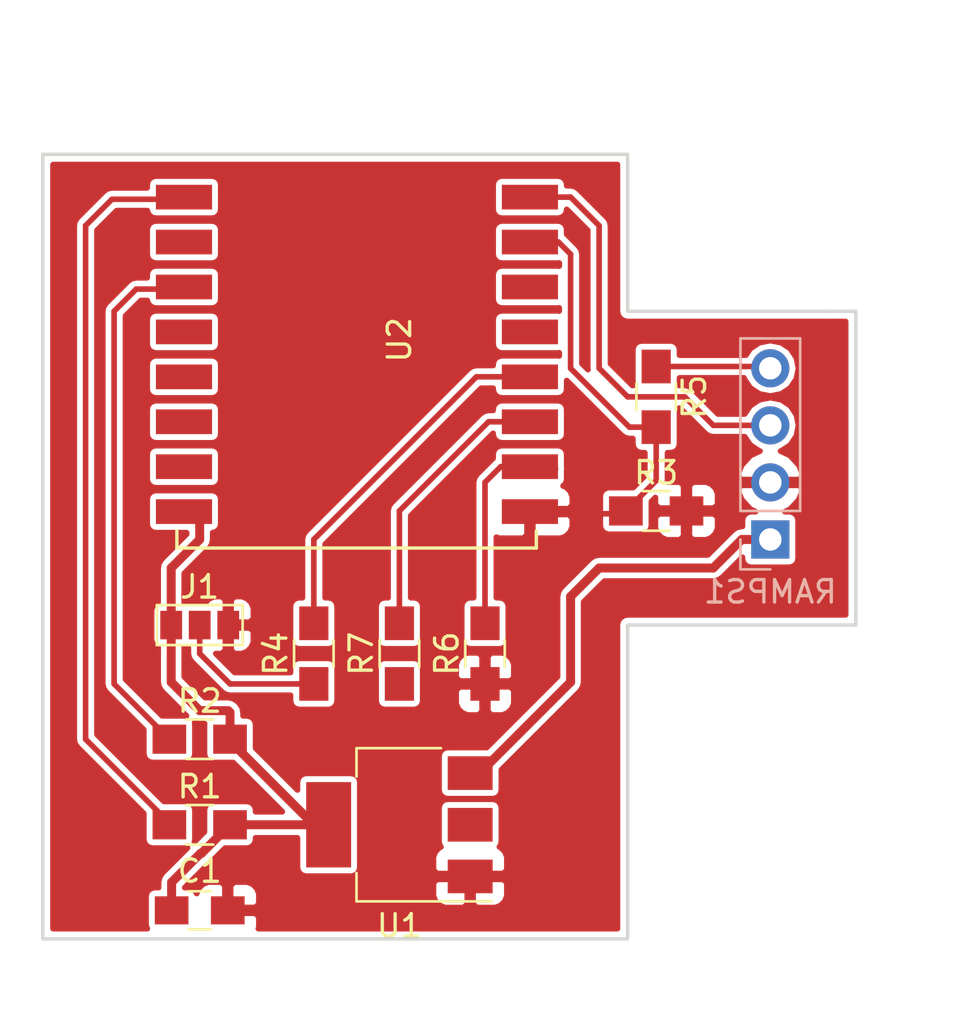
<source format=kicad_pcb>
(kicad_pcb (version 4) (host pcbnew 4.0.7)

  (general
    (links 24)
    (no_connects 2)
    (area 161.29 106.594999 204.470001 152.400001)
    (thickness 1.6)
    (drawings 12)
    (tracks 70)
    (zones 0)
    (modules 12)
    (nets 20)
  )

  (page A4)
  (layers
    (0 F.Cu signal)
    (31 B.Cu signal)
    (32 B.Adhes user)
    (33 F.Adhes user)
    (34 B.Paste user)
    (35 F.Paste user)
    (36 B.SilkS user)
    (37 F.SilkS user)
    (38 B.Mask user)
    (39 F.Mask user)
    (40 Dwgs.User user)
    (41 Cmts.User user)
    (42 Eco1.User user)
    (43 Eco2.User user)
    (44 Edge.Cuts user)
    (45 Margin user)
    (46 B.CrtYd user)
    (47 F.CrtYd user)
    (48 B.Fab user hide)
    (49 F.Fab user)
  )

  (setup
    (last_trace_width 0.25)
    (trace_clearance 0.2)
    (zone_clearance 0.254)
    (zone_45_only yes)
    (trace_min 0.2)
    (segment_width 0.2)
    (edge_width 0.15)
    (via_size 0.6)
    (via_drill 0.4)
    (via_min_size 0.4)
    (via_min_drill 0.3)
    (uvia_size 0.3)
    (uvia_drill 0.1)
    (uvias_allowed no)
    (uvia_min_size 0.2)
    (uvia_min_drill 0.1)
    (pcb_text_width 0.3)
    (pcb_text_size 1.5 1.5)
    (mod_edge_width 0.15)
    (mod_text_size 1 1)
    (mod_text_width 0.15)
    (pad_size 1.524 1.524)
    (pad_drill 0.762)
    (pad_to_mask_clearance 0.2)
    (aux_axis_origin 163.195 113.665)
    (visible_elements 7FFFFFFF)
    (pcbplotparams
      (layerselection 0x01000_00000001)
      (usegerberextensions false)
      (excludeedgelayer true)
      (linewidth 0.100000)
      (plotframeref false)
      (viasonmask false)
      (mode 1)
      (useauxorigin true)
      (hpglpennumber 1)
      (hpglpenspeed 20)
      (hpglpendiameter 15)
      (hpglpenoverlay 2)
      (psnegative false)
      (psa4output false)
      (plotreference true)
      (plotvalue true)
      (plotinvisibletext false)
      (padsonsilk false)
      (subtractmaskfromsilk false)
      (outputformat 1)
      (mirror false)
      (drillshape 0)
      (scaleselection 1)
      (outputdirectory ""))
  )

  (net 0 "")
  (net 1 +3V3)
  (net 2 GND)
  (net 3 "Net-(J1-Pad2)")
  (net 4 "Net-(R1-Pad1)")
  (net 5 "Net-(R2-Pad1)")
  (net 6 TX)
  (net 7 PROG)
  (net 8 "Net-(R5-Pad1)")
  (net 9 "Net-(R6-Pad2)")
  (net 10 "Net-(R7-Pad2)")
  (net 11 +5V)
  (net 12 RX)
  (net 13 "Net-(U2-Pad2)")
  (net 14 "Net-(U2-Pad4)")
  (net 15 "Net-(U2-Pad5)")
  (net 16 "Net-(U2-Pad6)")
  (net 17 "Net-(U2-Pad7)")
  (net 18 "Net-(U2-Pad13)")
  (net 19 "Net-(U2-Pad14)")

  (net_class Default "This is the default net class."
    (clearance 0.2)
    (trace_width 0.25)
    (via_dia 0.6)
    (via_drill 0.4)
    (uvia_dia 0.3)
    (uvia_drill 0.1)
    (add_net "Net-(J1-Pad2)")
    (add_net "Net-(R1-Pad1)")
    (add_net "Net-(R2-Pad1)")
    (add_net "Net-(R5-Pad1)")
    (add_net "Net-(R6-Pad2)")
    (add_net "Net-(R7-Pad2)")
    (add_net "Net-(U2-Pad13)")
    (add_net "Net-(U2-Pad14)")
    (add_net "Net-(U2-Pad2)")
    (add_net "Net-(U2-Pad4)")
    (add_net "Net-(U2-Pad5)")
    (add_net "Net-(U2-Pad6)")
    (add_net "Net-(U2-Pad7)")
    (add_net PROG)
    (add_net RX)
    (add_net TX)
  )

  (net_class POWER ""
    (clearance 0.2)
    (trace_width 0.4)
    (via_dia 0.6)
    (via_drill 0.4)
    (uvia_dia 0.3)
    (uvia_drill 0.1)
    (add_net +3V3)
    (add_net +5V)
    (add_net GND)
  )

  (module Capacitors_SMD:C_0805_HandSoldering (layer F.Cu) (tedit 58AA84A8) (tstamp 5A19BAE9)
    (at 170.18 147.32)
    (descr "Capacitor SMD 0805, hand soldering")
    (tags "capacitor 0805")
    (path /5A19D521)
    (attr smd)
    (fp_text reference C1 (at 0 -1.75) (layer F.SilkS)
      (effects (font (size 1 1) (thickness 0.15)))
    )
    (fp_text value 100nF' (at 0 1.75) (layer F.Fab)
      (effects (font (size 1 1) (thickness 0.15)))
    )
    (fp_text user %R (at 0 -1.75) (layer F.Fab)
      (effects (font (size 1 1) (thickness 0.15)))
    )
    (fp_line (start -1 0.62) (end -1 -0.62) (layer F.Fab) (width 0.1))
    (fp_line (start 1 0.62) (end -1 0.62) (layer F.Fab) (width 0.1))
    (fp_line (start 1 -0.62) (end 1 0.62) (layer F.Fab) (width 0.1))
    (fp_line (start -1 -0.62) (end 1 -0.62) (layer F.Fab) (width 0.1))
    (fp_line (start 0.5 -0.85) (end -0.5 -0.85) (layer F.SilkS) (width 0.12))
    (fp_line (start -0.5 0.85) (end 0.5 0.85) (layer F.SilkS) (width 0.12))
    (fp_line (start -2.25 -0.88) (end 2.25 -0.88) (layer F.CrtYd) (width 0.05))
    (fp_line (start -2.25 -0.88) (end -2.25 0.87) (layer F.CrtYd) (width 0.05))
    (fp_line (start 2.25 0.87) (end 2.25 -0.88) (layer F.CrtYd) (width 0.05))
    (fp_line (start 2.25 0.87) (end -2.25 0.87) (layer F.CrtYd) (width 0.05))
    (pad 1 smd rect (at -1.25 0) (size 1.5 1.25) (layers F.Cu F.Paste F.Mask)
      (net 1 +3V3))
    (pad 2 smd rect (at 1.25 0) (size 1.5 1.25) (layers F.Cu F.Paste F.Mask)
      (net 2 GND))
    (model Capacitors_SMD.3dshapes/C_0805.wrl
      (at (xyz 0 0 0))
      (scale (xyz 1 1 1))
      (rotate (xyz 0 0 0))
    )
  )

  (module Connectors:GS3 (layer F.Cu) (tedit 58613494) (tstamp 5A19BAF0)
    (at 170.18 134.62 270)
    (descr "3-pin solder bridge")
    (tags "solder bridge")
    (path /5A19AC67)
    (attr smd)
    (fp_text reference J1 (at -1.7 0 360) (layer F.SilkS)
      (effects (font (size 1 1) (thickness 0.15)))
    )
    (fp_text value PROG (at 1.8 0 360) (layer F.Fab)
      (effects (font (size 1 1) (thickness 0.15)))
    )
    (fp_line (start -1.15 -2.15) (end 1.15 -2.15) (layer F.CrtYd) (width 0.05))
    (fp_line (start 1.15 -2.15) (end 1.15 2.15) (layer F.CrtYd) (width 0.05))
    (fp_line (start 1.15 2.15) (end -1.15 2.15) (layer F.CrtYd) (width 0.05))
    (fp_line (start -1.15 2.15) (end -1.15 -2.15) (layer F.CrtYd) (width 0.05))
    (fp_line (start -0.89 -1.91) (end -0.89 1.91) (layer F.SilkS) (width 0.12))
    (fp_line (start -0.89 1.91) (end 0.89 1.91) (layer F.SilkS) (width 0.12))
    (fp_line (start 0.89 1.91) (end 0.89 -1.91) (layer F.SilkS) (width 0.12))
    (fp_line (start -0.89 -1.91) (end 0.89 -1.91) (layer F.SilkS) (width 0.12))
    (pad 1 smd rect (at 0 -1.27 270) (size 1.27 0.97) (layers F.Cu F.Paste F.Mask)
      (net 2 GND))
    (pad 2 smd rect (at 0 0 270) (size 1.27 0.97) (layers F.Cu F.Paste F.Mask)
      (net 3 "Net-(J1-Pad2)"))
    (pad 3 smd rect (at 0 1.27 270) (size 1.27 0.97) (layers F.Cu F.Paste F.Mask)
      (net 1 +3V3))
  )

  (module Resistors_SMD:R_0805_HandSoldering (layer F.Cu) (tedit 58E0A804) (tstamp 5A19BAF6)
    (at 170.18 143.51)
    (descr "Resistor SMD 0805, hand soldering")
    (tags "resistor 0805")
    (path /5A19B8DB)
    (attr smd)
    (fp_text reference R1 (at 0 -1.7) (layer F.SilkS)
      (effects (font (size 1 1) (thickness 0.15)))
    )
    (fp_text value 10k (at 0 1.75) (layer F.Fab)
      (effects (font (size 1 1) (thickness 0.15)))
    )
    (fp_text user %R (at 0 0) (layer F.Fab)
      (effects (font (size 0.5 0.5) (thickness 0.075)))
    )
    (fp_line (start -1 0.62) (end -1 -0.62) (layer F.Fab) (width 0.1))
    (fp_line (start 1 0.62) (end -1 0.62) (layer F.Fab) (width 0.1))
    (fp_line (start 1 -0.62) (end 1 0.62) (layer F.Fab) (width 0.1))
    (fp_line (start -1 -0.62) (end 1 -0.62) (layer F.Fab) (width 0.1))
    (fp_line (start 0.6 0.88) (end -0.6 0.88) (layer F.SilkS) (width 0.12))
    (fp_line (start -0.6 -0.88) (end 0.6 -0.88) (layer F.SilkS) (width 0.12))
    (fp_line (start -2.35 -0.9) (end 2.35 -0.9) (layer F.CrtYd) (width 0.05))
    (fp_line (start -2.35 -0.9) (end -2.35 0.9) (layer F.CrtYd) (width 0.05))
    (fp_line (start 2.35 0.9) (end 2.35 -0.9) (layer F.CrtYd) (width 0.05))
    (fp_line (start 2.35 0.9) (end -2.35 0.9) (layer F.CrtYd) (width 0.05))
    (pad 1 smd rect (at -1.35 0) (size 1.5 1.3) (layers F.Cu F.Paste F.Mask)
      (net 4 "Net-(R1-Pad1)"))
    (pad 2 smd rect (at 1.35 0) (size 1.5 1.3) (layers F.Cu F.Paste F.Mask)
      (net 1 +3V3))
    (model ${KISYS3DMOD}/Resistors_SMD.3dshapes/R_0805.wrl
      (at (xyz 0 0 0))
      (scale (xyz 1 1 1))
      (rotate (xyz 0 0 0))
    )
  )

  (module Resistors_SMD:R_0805_HandSoldering (layer F.Cu) (tedit 58E0A804) (tstamp 5A19BAFC)
    (at 170.18 139.7)
    (descr "Resistor SMD 0805, hand soldering")
    (tags "resistor 0805")
    (path /5A19B96A)
    (attr smd)
    (fp_text reference R2 (at 0 -1.7) (layer F.SilkS)
      (effects (font (size 1 1) (thickness 0.15)))
    )
    (fp_text value 10k (at 0 1.75) (layer F.Fab)
      (effects (font (size 1 1) (thickness 0.15)))
    )
    (fp_text user %R (at 0 0) (layer F.Fab)
      (effects (font (size 0.5 0.5) (thickness 0.075)))
    )
    (fp_line (start -1 0.62) (end -1 -0.62) (layer F.Fab) (width 0.1))
    (fp_line (start 1 0.62) (end -1 0.62) (layer F.Fab) (width 0.1))
    (fp_line (start 1 -0.62) (end 1 0.62) (layer F.Fab) (width 0.1))
    (fp_line (start -1 -0.62) (end 1 -0.62) (layer F.Fab) (width 0.1))
    (fp_line (start 0.6 0.88) (end -0.6 0.88) (layer F.SilkS) (width 0.12))
    (fp_line (start -0.6 -0.88) (end 0.6 -0.88) (layer F.SilkS) (width 0.12))
    (fp_line (start -2.35 -0.9) (end 2.35 -0.9) (layer F.CrtYd) (width 0.05))
    (fp_line (start -2.35 -0.9) (end -2.35 0.9) (layer F.CrtYd) (width 0.05))
    (fp_line (start 2.35 0.9) (end 2.35 -0.9) (layer F.CrtYd) (width 0.05))
    (fp_line (start 2.35 0.9) (end -2.35 0.9) (layer F.CrtYd) (width 0.05))
    (pad 1 smd rect (at -1.35 0) (size 1.5 1.3) (layers F.Cu F.Paste F.Mask)
      (net 5 "Net-(R2-Pad1)"))
    (pad 2 smd rect (at 1.35 0) (size 1.5 1.3) (layers F.Cu F.Paste F.Mask)
      (net 1 +3V3))
    (model ${KISYS3DMOD}/Resistors_SMD.3dshapes/R_0805.wrl
      (at (xyz 0 0 0))
      (scale (xyz 1 1 1))
      (rotate (xyz 0 0 0))
    )
  )

  (module Resistors_SMD:R_0805_HandSoldering (layer F.Cu) (tedit 58E0A804) (tstamp 5A19BB02)
    (at 190.5 129.54)
    (descr "Resistor SMD 0805, hand soldering")
    (tags "resistor 0805")
    (path /5A19B407)
    (attr smd)
    (fp_text reference R3 (at 0 -1.7) (layer F.SilkS)
      (effects (font (size 1 1) (thickness 0.15)))
    )
    (fp_text value 2k (at 0 1.75) (layer F.Fab)
      (effects (font (size 1 1) (thickness 0.15)))
    )
    (fp_text user %R (at 0 0) (layer F.Fab)
      (effects (font (size 0.5 0.5) (thickness 0.075)))
    )
    (fp_line (start -1 0.62) (end -1 -0.62) (layer F.Fab) (width 0.1))
    (fp_line (start 1 0.62) (end -1 0.62) (layer F.Fab) (width 0.1))
    (fp_line (start 1 -0.62) (end 1 0.62) (layer F.Fab) (width 0.1))
    (fp_line (start -1 -0.62) (end 1 -0.62) (layer F.Fab) (width 0.1))
    (fp_line (start 0.6 0.88) (end -0.6 0.88) (layer F.SilkS) (width 0.12))
    (fp_line (start -0.6 -0.88) (end 0.6 -0.88) (layer F.SilkS) (width 0.12))
    (fp_line (start -2.35 -0.9) (end 2.35 -0.9) (layer F.CrtYd) (width 0.05))
    (fp_line (start -2.35 -0.9) (end -2.35 0.9) (layer F.CrtYd) (width 0.05))
    (fp_line (start 2.35 0.9) (end 2.35 -0.9) (layer F.CrtYd) (width 0.05))
    (fp_line (start 2.35 0.9) (end -2.35 0.9) (layer F.CrtYd) (width 0.05))
    (pad 1 smd rect (at -1.35 0) (size 1.5 1.3) (layers F.Cu F.Paste F.Mask)
      (net 6 TX))
    (pad 2 smd rect (at 1.35 0) (size 1.5 1.3) (layers F.Cu F.Paste F.Mask)
      (net 2 GND))
    (model ${KISYS3DMOD}/Resistors_SMD.3dshapes/R_0805.wrl
      (at (xyz 0 0 0))
      (scale (xyz 1 1 1))
      (rotate (xyz 0 0 0))
    )
  )

  (module Resistors_SMD:R_0805_HandSoldering (layer F.Cu) (tedit 58E0A804) (tstamp 5A19BB08)
    (at 175.26 135.89 90)
    (descr "Resistor SMD 0805, hand soldering")
    (tags "resistor 0805")
    (path /5A19BE58)
    (attr smd)
    (fp_text reference R4 (at 0 -1.7 90) (layer F.SilkS)
      (effects (font (size 1 1) (thickness 0.15)))
    )
    (fp_text value 10k (at 0 1.75 90) (layer F.Fab)
      (effects (font (size 1 1) (thickness 0.15)))
    )
    (fp_text user %R (at 0 0 90) (layer F.Fab)
      (effects (font (size 0.5 0.5) (thickness 0.075)))
    )
    (fp_line (start -1 0.62) (end -1 -0.62) (layer F.Fab) (width 0.1))
    (fp_line (start 1 0.62) (end -1 0.62) (layer F.Fab) (width 0.1))
    (fp_line (start 1 -0.62) (end 1 0.62) (layer F.Fab) (width 0.1))
    (fp_line (start -1 -0.62) (end 1 -0.62) (layer F.Fab) (width 0.1))
    (fp_line (start 0.6 0.88) (end -0.6 0.88) (layer F.SilkS) (width 0.12))
    (fp_line (start -0.6 -0.88) (end 0.6 -0.88) (layer F.SilkS) (width 0.12))
    (fp_line (start -2.35 -0.9) (end 2.35 -0.9) (layer F.CrtYd) (width 0.05))
    (fp_line (start -2.35 -0.9) (end -2.35 0.9) (layer F.CrtYd) (width 0.05))
    (fp_line (start 2.35 0.9) (end 2.35 -0.9) (layer F.CrtYd) (width 0.05))
    (fp_line (start 2.35 0.9) (end -2.35 0.9) (layer F.CrtYd) (width 0.05))
    (pad 1 smd rect (at -1.35 0 90) (size 1.5 1.3) (layers F.Cu F.Paste F.Mask)
      (net 3 "Net-(J1-Pad2)"))
    (pad 2 smd rect (at 1.35 0 90) (size 1.5 1.3) (layers F.Cu F.Paste F.Mask)
      (net 7 PROG))
    (model ${KISYS3DMOD}/Resistors_SMD.3dshapes/R_0805.wrl
      (at (xyz 0 0 0))
      (scale (xyz 1 1 1))
      (rotate (xyz 0 0 0))
    )
  )

  (module Resistors_SMD:R_0805_HandSoldering (layer F.Cu) (tedit 58E0A804) (tstamp 5A19BB0E)
    (at 190.5 124.46 270)
    (descr "Resistor SMD 0805, hand soldering")
    (tags "resistor 0805")
    (path /5A19B33E)
    (attr smd)
    (fp_text reference R5 (at 0 -1.7 270) (layer F.SilkS)
      (effects (font (size 1 1) (thickness 0.15)))
    )
    (fp_text value 1k (at 0 1.75 270) (layer F.Fab)
      (effects (font (size 1 1) (thickness 0.15)))
    )
    (fp_text user %R (at 0 0 270) (layer F.Fab)
      (effects (font (size 0.5 0.5) (thickness 0.075)))
    )
    (fp_line (start -1 0.62) (end -1 -0.62) (layer F.Fab) (width 0.1))
    (fp_line (start 1 0.62) (end -1 0.62) (layer F.Fab) (width 0.1))
    (fp_line (start 1 -0.62) (end 1 0.62) (layer F.Fab) (width 0.1))
    (fp_line (start -1 -0.62) (end 1 -0.62) (layer F.Fab) (width 0.1))
    (fp_line (start 0.6 0.88) (end -0.6 0.88) (layer F.SilkS) (width 0.12))
    (fp_line (start -0.6 -0.88) (end 0.6 -0.88) (layer F.SilkS) (width 0.12))
    (fp_line (start -2.35 -0.9) (end 2.35 -0.9) (layer F.CrtYd) (width 0.05))
    (fp_line (start -2.35 -0.9) (end -2.35 0.9) (layer F.CrtYd) (width 0.05))
    (fp_line (start 2.35 0.9) (end 2.35 -0.9) (layer F.CrtYd) (width 0.05))
    (fp_line (start 2.35 0.9) (end -2.35 0.9) (layer F.CrtYd) (width 0.05))
    (pad 1 smd rect (at -1.35 0 270) (size 1.5 1.3) (layers F.Cu F.Paste F.Mask)
      (net 8 "Net-(R5-Pad1)"))
    (pad 2 smd rect (at 1.35 0 270) (size 1.5 1.3) (layers F.Cu F.Paste F.Mask)
      (net 6 TX))
    (model ${KISYS3DMOD}/Resistors_SMD.3dshapes/R_0805.wrl
      (at (xyz 0 0 0))
      (scale (xyz 1 1 1))
      (rotate (xyz 0 0 0))
    )
  )

  (module Resistors_SMD:R_0805_HandSoldering (layer F.Cu) (tedit 58E0A804) (tstamp 5A19BB14)
    (at 182.88 135.89 90)
    (descr "Resistor SMD 0805, hand soldering")
    (tags "resistor 0805")
    (path /5A19D28F)
    (attr smd)
    (fp_text reference R6 (at 0 -1.7 90) (layer F.SilkS)
      (effects (font (size 1 1) (thickness 0.15)))
    )
    (fp_text value 1k (at 0 1.75 90) (layer F.Fab)
      (effects (font (size 1 1) (thickness 0.15)))
    )
    (fp_text user %R (at 0 0 90) (layer F.Fab)
      (effects (font (size 0.5 0.5) (thickness 0.075)))
    )
    (fp_line (start -1 0.62) (end -1 -0.62) (layer F.Fab) (width 0.1))
    (fp_line (start 1 0.62) (end -1 0.62) (layer F.Fab) (width 0.1))
    (fp_line (start 1 -0.62) (end 1 0.62) (layer F.Fab) (width 0.1))
    (fp_line (start -1 -0.62) (end 1 -0.62) (layer F.Fab) (width 0.1))
    (fp_line (start 0.6 0.88) (end -0.6 0.88) (layer F.SilkS) (width 0.12))
    (fp_line (start -0.6 -0.88) (end 0.6 -0.88) (layer F.SilkS) (width 0.12))
    (fp_line (start -2.35 -0.9) (end 2.35 -0.9) (layer F.CrtYd) (width 0.05))
    (fp_line (start -2.35 -0.9) (end -2.35 0.9) (layer F.CrtYd) (width 0.05))
    (fp_line (start 2.35 0.9) (end 2.35 -0.9) (layer F.CrtYd) (width 0.05))
    (fp_line (start 2.35 0.9) (end -2.35 0.9) (layer F.CrtYd) (width 0.05))
    (pad 1 smd rect (at -1.35 0 90) (size 1.5 1.3) (layers F.Cu F.Paste F.Mask)
      (net 2 GND))
    (pad 2 smd rect (at 1.35 0 90) (size 1.5 1.3) (layers F.Cu F.Paste F.Mask)
      (net 9 "Net-(R6-Pad2)"))
    (model ${KISYS3DMOD}/Resistors_SMD.3dshapes/R_0805.wrl
      (at (xyz 0 0 0))
      (scale (xyz 1 1 1))
      (rotate (xyz 0 0 0))
    )
  )

  (module Resistors_SMD:R_0805_HandSoldering (layer F.Cu) (tedit 58E0A804) (tstamp 5A19BB1A)
    (at 179.07 135.89 90)
    (descr "Resistor SMD 0805, hand soldering")
    (tags "resistor 0805")
    (path /5A19D586)
    (attr smd)
    (fp_text reference R7 (at 0 -1.7 90) (layer F.SilkS)
      (effects (font (size 1 1) (thickness 0.15)))
    )
    (fp_text value 1k (at 0 1.75 90) (layer F.Fab)
      (effects (font (size 1 1) (thickness 0.15)))
    )
    (fp_text user %R (at 0 0 90) (layer F.Fab)
      (effects (font (size 0.5 0.5) (thickness 0.075)))
    )
    (fp_line (start -1 0.62) (end -1 -0.62) (layer F.Fab) (width 0.1))
    (fp_line (start 1 0.62) (end -1 0.62) (layer F.Fab) (width 0.1))
    (fp_line (start 1 -0.62) (end 1 0.62) (layer F.Fab) (width 0.1))
    (fp_line (start -1 -0.62) (end 1 -0.62) (layer F.Fab) (width 0.1))
    (fp_line (start 0.6 0.88) (end -0.6 0.88) (layer F.SilkS) (width 0.12))
    (fp_line (start -0.6 -0.88) (end 0.6 -0.88) (layer F.SilkS) (width 0.12))
    (fp_line (start -2.35 -0.9) (end 2.35 -0.9) (layer F.CrtYd) (width 0.05))
    (fp_line (start -2.35 -0.9) (end -2.35 0.9) (layer F.CrtYd) (width 0.05))
    (fp_line (start 2.35 0.9) (end 2.35 -0.9) (layer F.CrtYd) (width 0.05))
    (fp_line (start 2.35 0.9) (end -2.35 0.9) (layer F.CrtYd) (width 0.05))
    (pad 1 smd rect (at -1.35 0 90) (size 1.5 1.3) (layers F.Cu F.Paste F.Mask)
      (net 1 +3V3))
    (pad 2 smd rect (at 1.35 0 90) (size 1.5 1.3) (layers F.Cu F.Paste F.Mask)
      (net 10 "Net-(R7-Pad2)"))
    (model ${KISYS3DMOD}/Resistors_SMD.3dshapes/R_0805.wrl
      (at (xyz 0 0 0))
      (scale (xyz 1 1 1))
      (rotate (xyz 0 0 0))
    )
  )

  (module Socket_Strips:Socket_Strip_Straight_1x04_Pitch2.54mm (layer B.Cu) (tedit 58CD5446) (tstamp 5A19BB22)
    (at 195.58 130.81)
    (descr "Through hole straight socket strip, 1x04, 2.54mm pitch, single row")
    (tags "Through hole socket strip THT 1x04 2.54mm single row")
    (path /5A19A830)
    (fp_text reference RAMPS1 (at 0 2.33) (layer B.SilkS)
      (effects (font (size 1 1) (thickness 0.15)) (justify mirror))
    )
    (fp_text value Conn_01x04_Female (at 0 -9.95) (layer B.Fab)
      (effects (font (size 1 1) (thickness 0.15)) (justify mirror))
    )
    (fp_line (start -1.27 1.27) (end -1.27 -8.89) (layer B.Fab) (width 0.1))
    (fp_line (start -1.27 -8.89) (end 1.27 -8.89) (layer B.Fab) (width 0.1))
    (fp_line (start 1.27 -8.89) (end 1.27 1.27) (layer B.Fab) (width 0.1))
    (fp_line (start 1.27 1.27) (end -1.27 1.27) (layer B.Fab) (width 0.1))
    (fp_line (start -1.33 -1.27) (end -1.33 -8.95) (layer B.SilkS) (width 0.12))
    (fp_line (start -1.33 -8.95) (end 1.33 -8.95) (layer B.SilkS) (width 0.12))
    (fp_line (start 1.33 -8.95) (end 1.33 -1.27) (layer B.SilkS) (width 0.12))
    (fp_line (start 1.33 -1.27) (end -1.33 -1.27) (layer B.SilkS) (width 0.12))
    (fp_line (start -1.33 0) (end -1.33 1.33) (layer B.SilkS) (width 0.12))
    (fp_line (start -1.33 1.33) (end 0 1.33) (layer B.SilkS) (width 0.12))
    (fp_line (start -1.8 1.8) (end -1.8 -9.4) (layer B.CrtYd) (width 0.05))
    (fp_line (start -1.8 -9.4) (end 1.8 -9.4) (layer B.CrtYd) (width 0.05))
    (fp_line (start 1.8 -9.4) (end 1.8 1.8) (layer B.CrtYd) (width 0.05))
    (fp_line (start 1.8 1.8) (end -1.8 1.8) (layer B.CrtYd) (width 0.05))
    (fp_text user %R (at 0 2.33) (layer B.Fab)
      (effects (font (size 1 1) (thickness 0.15)) (justify mirror))
    )
    (pad 1 thru_hole rect (at 0 0) (size 1.7 1.7) (drill 1) (layers *.Cu *.Mask)
      (net 11 +5V))
    (pad 2 thru_hole oval (at 0 -2.54) (size 1.7 1.7) (drill 1) (layers *.Cu *.Mask)
      (net 2 GND))
    (pad 3 thru_hole oval (at 0 -5.08) (size 1.7 1.7) (drill 1) (layers *.Cu *.Mask)
      (net 12 RX))
    (pad 4 thru_hole oval (at 0 -7.62) (size 1.7 1.7) (drill 1) (layers *.Cu *.Mask)
      (net 8 "Net-(R5-Pad1)"))
    (model ${KISYS3DMOD}/Socket_Strips.3dshapes/Socket_Strip_Straight_1x04_Pitch2.54mm.wrl
      (at (xyz 0 -0.15 0))
      (scale (xyz 1 1 1))
      (rotate (xyz 0 0 270))
    )
  )

  (module TO_SOT_Packages_SMD:SOT-223-3_TabPin2 (layer F.Cu) (tedit 58CE4E7E) (tstamp 5A19BB2A)
    (at 179.07 143.51 180)
    (descr "module CMS SOT223 4 pins")
    (tags "CMS SOT")
    (path /5A19A686)
    (attr smd)
    (fp_text reference U1 (at 0 -4.5 180) (layer F.SilkS)
      (effects (font (size 1 1) (thickness 0.15)))
    )
    (fp_text value LM1117-3.3 (at 0 4.5 180) (layer F.Fab)
      (effects (font (size 1 1) (thickness 0.15)))
    )
    (fp_text user %R (at 0 0 270) (layer F.Fab)
      (effects (font (size 0.8 0.8) (thickness 0.12)))
    )
    (fp_line (start 1.91 3.41) (end 1.91 2.15) (layer F.SilkS) (width 0.12))
    (fp_line (start 1.91 -3.41) (end 1.91 -2.15) (layer F.SilkS) (width 0.12))
    (fp_line (start 4.4 -3.6) (end -4.4 -3.6) (layer F.CrtYd) (width 0.05))
    (fp_line (start 4.4 3.6) (end 4.4 -3.6) (layer F.CrtYd) (width 0.05))
    (fp_line (start -4.4 3.6) (end 4.4 3.6) (layer F.CrtYd) (width 0.05))
    (fp_line (start -4.4 -3.6) (end -4.4 3.6) (layer F.CrtYd) (width 0.05))
    (fp_line (start -1.85 -2.35) (end -0.85 -3.35) (layer F.Fab) (width 0.1))
    (fp_line (start -1.85 -2.35) (end -1.85 3.35) (layer F.Fab) (width 0.1))
    (fp_line (start -1.85 3.41) (end 1.91 3.41) (layer F.SilkS) (width 0.12))
    (fp_line (start -0.85 -3.35) (end 1.85 -3.35) (layer F.Fab) (width 0.1))
    (fp_line (start -4.1 -3.41) (end 1.91 -3.41) (layer F.SilkS) (width 0.12))
    (fp_line (start -1.85 3.35) (end 1.85 3.35) (layer F.Fab) (width 0.1))
    (fp_line (start 1.85 -3.35) (end 1.85 3.35) (layer F.Fab) (width 0.1))
    (pad 2 smd rect (at 3.15 0 180) (size 2 3.8) (layers F.Cu F.Paste F.Mask)
      (net 1 +3V3))
    (pad 2 smd rect (at -3.15 0 180) (size 2 1.5) (layers F.Cu F.Paste F.Mask)
      (net 1 +3V3))
    (pad 3 smd rect (at -3.15 2.3 180) (size 2 1.5) (layers F.Cu F.Paste F.Mask)
      (net 11 +5V))
    (pad 1 smd rect (at -3.15 -2.3 180) (size 2 1.5) (layers F.Cu F.Paste F.Mask)
      (net 2 GND))
    (model ${KISYS3DMOD}/TO_SOT_Packages_SMD.3dshapes/SOT-223.wrl
      (at (xyz 0 0 0))
      (scale (xyz 1 1 1))
      (rotate (xyz 0 0 0))
    )
  )

  (module ESP8266:ESP-12S_SMD (layer F.Cu) (tedit 5A1ADB42) (tstamp 5A1AE522)
    (at 170.18 115.57)
    (descr "Module, ESP-8266, ESP-12, 16 pad, SMD")
    (tags "Module ESP-8266 ESP8266")
    (path /5A19A466)
    (fp_text reference U2 (at 8.89 6.35 90) (layer F.SilkS)
      (effects (font (size 1 1) (thickness 0.15)))
    )
    (fp_text value ESP-12E (at 5.08 6.35 90) (layer F.Fab) hide
      (effects (font (size 1 1) (thickness 0.15)))
    )
    (fp_line (start -2.25 -0.5) (end -2.25 -8.75) (layer F.CrtYd) (width 0.05))
    (fp_line (start -2.25 -8.75) (end 15.25 -8.75) (layer F.CrtYd) (width 0.05))
    (fp_line (start 15.25 -8.75) (end 16.25 -8.75) (layer F.CrtYd) (width 0.05))
    (fp_line (start 16.25 -8.75) (end 16.25 16) (layer F.CrtYd) (width 0.05))
    (fp_line (start 16.25 16) (end -2.25 16) (layer F.CrtYd) (width 0.05))
    (fp_line (start -2.25 16) (end -2.25 -0.5) (layer F.CrtYd) (width 0.05))
    (fp_line (start -1.016 -8.382) (end 14.986 -8.382) (layer F.CrtYd) (width 0.1524))
    (fp_line (start 14.986 -8.382) (end 14.986 -0.889) (layer F.CrtYd) (width 0.1524))
    (fp_line (start -1.016 -8.382) (end -1.016 -1.016) (layer F.CrtYd) (width 0.1524))
    (fp_line (start -1.016 14.859) (end -1.016 15.621) (layer F.SilkS) (width 0.1524))
    (fp_line (start -1.016 15.621) (end 14.986 15.621) (layer F.SilkS) (width 0.1524))
    (fp_line (start 14.986 15.621) (end 14.986 14.859) (layer F.SilkS) (width 0.1524))
    (fp_line (start 14.992 -8.4) (end -1.008 -2.6) (layer F.CrtYd) (width 0.1524))
    (fp_line (start -1.008 -8.4) (end 14.992 -2.6) (layer F.CrtYd) (width 0.1524))
    (fp_text user "No Copper" (at 6.892 -5.4) (layer F.CrtYd)
      (effects (font (size 1 1) (thickness 0.15)))
    )
    (fp_line (start -1.008 -2.6) (end 14.992 -2.6) (layer F.CrtYd) (width 0.1524))
    (fp_line (start 15 -8.4) (end 15 15.6) (layer F.Fab) (width 0.05))
    (fp_line (start 14.992 15.6) (end -1.008 15.6) (layer F.Fab) (width 0.05))
    (fp_line (start -1.008 15.6) (end -1.008 -8.4) (layer F.Fab) (width 0.05))
    (fp_line (start -1.008 -8.4) (end 14.992 -8.4) (layer F.Fab) (width 0.05))
    (pad 1 smd rect (at 0 0) (size 2.5 1.1) (drill (offset -0.7 0)) (layers F.Cu F.Paste F.Mask)
      (net 4 "Net-(R1-Pad1)"))
    (pad 2 smd rect (at 0 2) (size 2.5 1.1) (drill (offset -0.7 0)) (layers F.Cu F.Paste F.Mask)
      (net 13 "Net-(U2-Pad2)"))
    (pad 3 smd rect (at 0 4) (size 2.5 1.1) (drill (offset -0.7 0)) (layers F.Cu F.Paste F.Mask)
      (net 5 "Net-(R2-Pad1)"))
    (pad 4 smd rect (at 0 6) (size 2.5 1.1) (drill (offset -0.7 0)) (layers F.Cu F.Paste F.Mask)
      (net 14 "Net-(U2-Pad4)"))
    (pad 5 smd rect (at 0 8) (size 2.5 1.1) (drill (offset -0.7 0)) (layers F.Cu F.Paste F.Mask)
      (net 15 "Net-(U2-Pad5)"))
    (pad 6 smd rect (at 0 10) (size 2.5 1.1) (drill (offset -0.7 0)) (layers F.Cu F.Paste F.Mask)
      (net 16 "Net-(U2-Pad6)"))
    (pad 7 smd rect (at 0 12) (size 2.5 1.1) (drill (offset -0.7 0)) (layers F.Cu F.Paste F.Mask)
      (net 17 "Net-(U2-Pad7)"))
    (pad 8 smd rect (at 0 14) (size 2.5 1.1) (drill (offset -0.7 0)) (layers F.Cu F.Paste F.Mask)
      (net 1 +3V3))
    (pad 9 smd rect (at 14 14) (size 2.5 1.1) (drill (offset 0.7 0)) (layers F.Cu F.Paste F.Mask)
      (net 2 GND))
    (pad 10 smd rect (at 14 12) (size 2.5 1.1) (drill (offset 0.7 0)) (layers F.Cu F.Paste F.Mask)
      (net 9 "Net-(R6-Pad2)"))
    (pad 11 smd rect (at 14 10) (size 2.5 1.1) (drill (offset 0.7 0)) (layers F.Cu F.Paste F.Mask)
      (net 10 "Net-(R7-Pad2)"))
    (pad 12 smd rect (at 14 8) (size 2.5 1.1) (drill (offset 0.7 0)) (layers F.Cu F.Paste F.Mask)
      (net 7 PROG))
    (pad 13 smd rect (at 14 6) (size 2.5 1.1) (drill (offset 0.7 0)) (layers F.Cu F.Paste F.Mask)
      (net 18 "Net-(U2-Pad13)"))
    (pad 14 smd rect (at 14 4) (size 2.5 1.1) (drill (offset 0.7 0)) (layers F.Cu F.Paste F.Mask)
      (net 19 "Net-(U2-Pad14)"))
    (pad 15 smd rect (at 14 2) (size 2.5 1.1) (drill (offset 0.7 0)) (layers F.Cu F.Paste F.Mask)
      (net 6 TX))
    (pad 16 smd rect (at 14 0) (size 2.5 1.1) (drill (offset 0.7 0)) (layers F.Cu F.Paste F.Mask)
      (net 12 RX))
    (model ${ESPLIB}/ESP8266.3dshapes/ESP-12.wrl
      (at (xyz 0 0 0))
      (scale (xyz 0.3937 0.3937 0.3937))
      (rotate (xyz 0 0 0))
    )
  )

  (gr_line (start 189.23 113.665) (end 189.23 114.3) (angle 90) (layer Edge.Cuts) (width 0.15))
  (gr_line (start 163.195 113.665) (end 189.23 113.665) (angle 90) (layer Edge.Cuts) (width 0.15))
  (gr_line (start 163.195 114.3) (end 163.195 113.665) (angle 90) (layer Edge.Cuts) (width 0.15))
  (gr_line (start 163.195 148.59) (end 163.83 148.59) (angle 90) (layer Edge.Cuts) (width 0.15))
  (gr_line (start 163.195 114.3) (end 163.195 148.59) (angle 90) (layer Edge.Cuts) (width 0.15))
  (gr_line (start 189.23 148.59) (end 163.83 148.59) (angle 90) (layer Edge.Cuts) (width 0.15))
  (gr_line (start 198.12 120.65) (end 189.23 120.65) (angle 90) (layer Edge.Cuts) (width 0.15))
  (gr_line (start 189.23 120.65) (end 189.23 114.3) (angle 90) (layer Edge.Cuts) (width 0.15))
  (gr_line (start 189.23 134.62) (end 189.23 148.59) (angle 90) (layer Edge.Cuts) (width 0.15))
  (gr_line (start 199.39 134.62) (end 189.23 134.62) (angle 90) (layer Edge.Cuts) (width 0.15))
  (gr_line (start 199.39 120.65) (end 199.39 134.62) (angle 90) (layer Edge.Cuts) (width 0.15))
  (gr_line (start 198.12 120.65) (end 199.39 120.65) (angle 90) (layer Edge.Cuts) (width 0.15))

  (segment (start 171.53 139.7) (end 171.53 139.78) (width 0.4) (layer F.Cu) (net 1))
  (segment (start 171.53 139.78) (end 175.26 143.51) (width 0.4) (layer F.Cu) (net 1) (tstamp 5A1AE679))
  (segment (start 175.26 143.51) (end 175.92 143.51) (width 0.4) (layer F.Cu) (net 1) (tstamp 5A1AE67A))
  (segment (start 168.91 134.62) (end 168.91 137.16) (width 0.4) (layer F.Cu) (net 1))
  (segment (start 171.53 138.51) (end 171.53 139.7) (width 0.4) (layer F.Cu) (net 1) (tstamp 5A1AE674))
  (segment (start 171.45 138.43) (end 171.53 138.51) (width 0.4) (layer F.Cu) (net 1) (tstamp 5A1AE673))
  (segment (start 170.18 138.43) (end 171.45 138.43) (width 0.4) (layer F.Cu) (net 1) (tstamp 5A1AE672))
  (segment (start 168.91 137.16) (end 170.18 138.43) (width 0.4) (layer F.Cu) (net 1) (tstamp 5A1AE671))
  (segment (start 168.91 134.62) (end 168.91 132.08) (width 0.4) (layer F.Cu) (net 1))
  (segment (start 170.18 130.81) (end 170.18 129.57) (width 0.4) (layer F.Cu) (net 1) (tstamp 5A1AE66C))
  (segment (start 168.91 132.08) (end 170.18 130.81) (width 0.4) (layer F.Cu) (net 1) (tstamp 5A1AE66B))
  (segment (start 168.93 147.32) (end 168.93 146.07) (width 0.4) (layer F.Cu) (net 1))
  (segment (start 168.93 146.07) (end 170.22 144.78) (width 0.4) (layer F.Cu) (net 1) (tstamp 5A19C5A9))
  (segment (start 170.22 144.78) (end 170.26 144.78) (width 0.4) (layer F.Cu) (net 1) (tstamp 5A19C5AA))
  (segment (start 170.26 144.78) (end 171.53 143.51) (width 0.4) (layer F.Cu) (net 1) (tstamp 5A19C5AD))
  (segment (start 171.53 143.51) (end 175.92 143.51) (width 0.4) (layer F.Cu) (net 1))
  (segment (start 175.92 143.51) (end 175.92 142.85) (width 0.4) (layer F.Cu) (net 1))
  (segment (start 182.24 143.53) (end 182.22 143.51) (width 0.25) (layer F.Cu) (net 1) (tstamp 5A19C254))
  (segment (start 175.26 142.85) (end 175.92 143.51) (width 0.25) (layer F.Cu) (net 1) (tstamp 5A19C186))
  (segment (start 176.53 143.51) (end 175.92 143.51) (width 0.25) (layer F.Cu) (net 1) (tstamp 5A19C179))
  (segment (start 181.85 145.81) (end 182.22 145.81) (width 0.4) (layer F.Cu) (net 2) (tstamp 5A19C3FC))
  (segment (start 184.46 129.665) (end 189.025 129.665) (width 0.25) (layer F.Cu) (net 2))
  (segment (start 170.18 134.62) (end 170.18 135.89) (width 0.25) (layer F.Cu) (net 3))
  (segment (start 171.53 137.24) (end 175.26 137.24) (width 0.25) (layer F.Cu) (net 3) (tstamp 5A1AE67F))
  (segment (start 170.18 135.89) (end 171.53 137.24) (width 0.25) (layer F.Cu) (net 3) (tstamp 5A1AE67D))
  (segment (start 168.83 143.51) (end 168.83 143.43) (width 0.25) (layer F.Cu) (net 4))
  (segment (start 168.83 143.43) (end 165.1 139.7) (width 0.25) (layer F.Cu) (net 4) (tstamp 5A19C20A))
  (segment (start 165.1 139.7) (end 165.1 116.84) (width 0.25) (layer F.Cu) (net 4) (tstamp 5A19C20B))
  (segment (start 165.1 116.84) (end 166.275 115.665) (width 0.25) (layer F.Cu) (net 4) (tstamp 5A19C211))
  (segment (start 166.275 115.665) (end 169.26 115.665) (width 0.25) (layer F.Cu) (net 4) (tstamp 5A19C215))
  (segment (start 169.26 119.665) (end 167.355 119.665) (width 0.25) (layer F.Cu) (net 5))
  (segment (start 167.355 119.665) (end 166.37 120.65) (width 0.25) (layer F.Cu) (net 5) (tstamp 5A19C1FC))
  (segment (start 166.37 120.65) (end 166.37 137.24) (width 0.25) (layer F.Cu) (net 5) (tstamp 5A19C1FE))
  (segment (start 166.37 137.24) (end 168.83 139.7) (width 0.25) (layer F.Cu) (net 5) (tstamp 5A19C200))
  (segment (start 184.18 117.57) (end 186.15 117.57) (width 0.25) (layer F.Cu) (net 6))
  (segment (start 189.31 125.81) (end 190.5 125.81) (width 0.25) (layer F.Cu) (net 6) (tstamp 5A1AE57D))
  (segment (start 186.69 123.19) (end 189.31 125.81) (width 0.25) (layer F.Cu) (net 6) (tstamp 5A1AE57B))
  (segment (start 186.69 118.11) (end 186.69 123.19) (width 0.25) (layer F.Cu) (net 6) (tstamp 5A1AE57A))
  (segment (start 186.15 117.57) (end 186.69 118.11) (width 0.25) (layer F.Cu) (net 6) (tstamp 5A1AE579))
  (segment (start 190.5 125.81) (end 190.5 128.19) (width 0.25) (layer F.Cu) (net 6))
  (segment (start 190.5 128.19) (end 189.15 129.54) (width 0.25) (layer F.Cu) (net 6) (tstamp 5A19BECE))
  (segment (start 189.025 129.665) (end 189.15 129.54) (width 0.25) (layer F.Cu) (net 6) (tstamp 5A19BEC3))
  (segment (start 175.26 134.54) (end 175.26 130.81) (width 0.25) (layer F.Cu) (net 7))
  (segment (start 182.5 123.57) (end 184.18 123.57) (width 0.25) (layer F.Cu) (net 7) (tstamp 5A1AE685))
  (segment (start 175.26 130.81) (end 182.5 123.57) (width 0.25) (layer F.Cu) (net 7) (tstamp 5A1AE683))
  (segment (start 190.5 123.11) (end 195.5 123.11) (width 0.25) (layer F.Cu) (net 8))
  (segment (start 195.5 123.11) (end 195.58 123.19) (width 0.25) (layer F.Cu) (net 8) (tstamp 5A1AE576))
  (segment (start 190.58 123.19) (end 190.5 123.11) (width 0.25) (layer F.Cu) (net 8) (tstamp 5A19C822))
  (segment (start 184.18 127.57) (end 183.58 127.57) (width 0.25) (layer F.Cu) (net 9))
  (segment (start 182.88 128.27) (end 182.88 134.54) (width 0.25) (layer F.Cu) (net 9) (tstamp 5A1AE6A5))
  (segment (start 183.58 127.57) (end 182.88 128.27) (width 0.25) (layer F.Cu) (net 9) (tstamp 5A1AE6A4))
  (segment (start 184.46 127.665) (end 186.025 127.665) (width 0.25) (layer F.Cu) (net 9))
  (segment (start 179.07 134.54) (end 179.07 129.54) (width 0.25) (layer F.Cu) (net 10))
  (segment (start 183.04 125.57) (end 184.18 125.57) (width 0.25) (layer F.Cu) (net 10) (tstamp 5A1AE68B))
  (segment (start 179.07 129.54) (end 183.04 125.57) (width 0.25) (layer F.Cu) (net 10) (tstamp 5A1AE689))
  (segment (start 182.22 141.21) (end 182.64 141.21) (width 0.4) (layer F.Cu) (net 11))
  (segment (start 182.64 141.21) (end 186.69 137.16) (width 0.4) (layer F.Cu) (net 11) (tstamp 5A19C473))
  (segment (start 186.69 137.16) (end 186.69 133.35) (width 0.4) (layer F.Cu) (net 11) (tstamp 5A19C474))
  (segment (start 186.69 133.35) (end 187.96 132.08) (width 0.4) (layer F.Cu) (net 11) (tstamp 5A19C47D))
  (segment (start 187.96 132.08) (end 193.04 132.08) (width 0.4) (layer F.Cu) (net 11) (tstamp 5A19C47E))
  (segment (start 193.04 132.08) (end 194.31 130.81) (width 0.4) (layer F.Cu) (net 11) (tstamp 5A19C482))
  (segment (start 194.31 130.81) (end 195.58 130.81) (width 0.4) (layer F.Cu) (net 11) (tstamp 5A19C485))
  (segment (start 182.22 141.21) (end 182.64 141.21) (width 0.25) (layer F.Cu) (net 11))
  (segment (start 195.58 125.73) (end 193.04 125.73) (width 0.25) (layer F.Cu) (net 12))
  (segment (start 186.69 115.57) (end 184.18 115.57) (width 0.25) (layer F.Cu) (net 12) (tstamp 5A1AE589))
  (segment (start 187.96 116.84) (end 186.69 115.57) (width 0.25) (layer F.Cu) (net 12) (tstamp 5A1AE587))
  (segment (start 187.96 123.19) (end 187.96 116.84) (width 0.25) (layer F.Cu) (net 12) (tstamp 5A1AE585))
  (segment (start 189.23 124.46) (end 187.96 123.19) (width 0.25) (layer F.Cu) (net 12) (tstamp 5A1AE584))
  (segment (start 191.77 124.46) (end 189.23 124.46) (width 0.25) (layer F.Cu) (net 12) (tstamp 5A1AE582))
  (segment (start 193.04 125.73) (end 191.77 124.46) (width 0.25) (layer F.Cu) (net 12) (tstamp 5A1AE580))

  (zone (net 2) (net_name GND) (layer F.Cu) (tstamp 5A19C4F6) (hatch edge 0.508)
    (connect_pads (clearance 0.254))
    (min_thickness 0.254)
    (fill yes (arc_segments 16) (thermal_gap 0.508) (thermal_bridge_width 0.508))
    (polygon
      (pts
        (xy 204.47 152.4) (xy 161.29 152.4) (xy 161.29 111.76) (xy 204.47 111.76)
      )
    )
    (filled_polygon
      (pts
        (xy 188.774 120.65) (xy 188.808711 120.824504) (xy 188.907559 120.972441) (xy 189.055496 121.071289) (xy 189.23 121.106)
        (xy 198.934 121.106) (xy 198.934 134.164) (xy 189.23 134.164) (xy 189.055496 134.198711) (xy 188.907559 134.297559)
        (xy 188.808711 134.445496) (xy 188.774 134.62) (xy 188.774 148.134) (xy 172.789033 148.134) (xy 172.815 148.07131)
        (xy 172.815 147.60575) (xy 172.65625 147.447) (xy 171.557 147.447) (xy 171.557 147.467) (xy 171.303 147.467)
        (xy 171.303 147.447) (xy 171.283 147.447) (xy 171.283 147.193) (xy 171.303 147.193) (xy 171.303 146.21875)
        (xy 171.557 146.21875) (xy 171.557 147.193) (xy 172.65625 147.193) (xy 172.815 147.03425) (xy 172.815 146.56869)
        (xy 172.718327 146.335301) (xy 172.539698 146.156673) (xy 172.392618 146.09575) (xy 180.585 146.09575) (xy 180.585 146.68631)
        (xy 180.681673 146.919699) (xy 180.860302 147.098327) (xy 181.093691 147.195) (xy 181.93425 147.195) (xy 182.093 147.03625)
        (xy 182.093 145.937) (xy 182.347 145.937) (xy 182.347 147.03625) (xy 182.50575 147.195) (xy 183.346309 147.195)
        (xy 183.579698 147.098327) (xy 183.758327 146.919699) (xy 183.855 146.68631) (xy 183.855 146.09575) (xy 183.69625 145.937)
        (xy 182.347 145.937) (xy 182.093 145.937) (xy 180.74375 145.937) (xy 180.585 146.09575) (xy 172.392618 146.09575)
        (xy 172.306309 146.06) (xy 171.71575 146.06) (xy 171.557 146.21875) (xy 171.303 146.21875) (xy 171.14425 146.06)
        (xy 170.553691 146.06) (xy 170.320302 146.156673) (xy 170.141673 146.335301) (xy 170.045 146.56869) (xy 170.045 146.570301)
        (xy 170.041897 146.55381) (xy 169.958454 146.424135) (xy 169.831134 146.337141) (xy 169.68 146.306536) (xy 169.515122 146.306536)
        (xy 170.550282 145.271376) (xy 170.670829 145.190829) (xy 171.313194 144.548464) (xy 172.28 144.548464) (xy 172.42119 144.521897)
        (xy 172.550865 144.438454) (xy 172.637859 144.311134) (xy 172.668464 144.16) (xy 172.668464 144.091) (xy 174.531536 144.091)
        (xy 174.531536 145.41) (xy 174.558103 145.55119) (xy 174.641546 145.680865) (xy 174.768866 145.767859) (xy 174.92 145.798464)
        (xy 176.92 145.798464) (xy 177.06119 145.771897) (xy 177.190865 145.688454) (xy 177.277859 145.561134) (xy 177.308464 145.41)
        (xy 177.308464 144.93369) (xy 180.585 144.93369) (xy 180.585 145.52425) (xy 180.74375 145.683) (xy 182.093 145.683)
        (xy 182.093 145.663) (xy 182.347 145.663) (xy 182.347 145.683) (xy 183.69625 145.683) (xy 183.855 145.52425)
        (xy 183.855 144.93369) (xy 183.758327 144.700301) (xy 183.579698 144.521673) (xy 183.519397 144.496696) (xy 183.577859 144.411134)
        (xy 183.608464 144.26) (xy 183.608464 142.76) (xy 183.581897 142.61881) (xy 183.498454 142.489135) (xy 183.371134 142.402141)
        (xy 183.22 142.371536) (xy 181.22 142.371536) (xy 181.07881 142.398103) (xy 180.949135 142.481546) (xy 180.862141 142.608866)
        (xy 180.831536 142.76) (xy 180.831536 144.26) (xy 180.858103 144.40119) (xy 180.919778 144.497037) (xy 180.860302 144.521673)
        (xy 180.681673 144.700301) (xy 180.585 144.93369) (xy 177.308464 144.93369) (xy 177.308464 141.61) (xy 177.281897 141.46881)
        (xy 177.198454 141.339135) (xy 177.071134 141.252141) (xy 176.92 141.221536) (xy 174.92 141.221536) (xy 174.77881 141.248103)
        (xy 174.649135 141.331546) (xy 174.562141 141.458866) (xy 174.531536 141.61) (xy 174.531536 141.959878) (xy 173.031658 140.46)
        (xy 180.831536 140.46) (xy 180.831536 141.96) (xy 180.858103 142.10119) (xy 180.941546 142.230865) (xy 181.068866 142.317859)
        (xy 181.22 142.348464) (xy 183.22 142.348464) (xy 183.36119 142.321897) (xy 183.490865 142.238454) (xy 183.577859 142.111134)
        (xy 183.608464 141.96) (xy 183.608464 141.063194) (xy 187.100829 137.570829) (xy 187.226774 137.382339) (xy 187.271 137.16)
        (xy 187.271 133.590658) (xy 188.200658 132.661) (xy 193.04 132.661) (xy 193.262339 132.616774) (xy 193.450829 132.490829)
        (xy 194.341536 131.600122) (xy 194.341536 131.66) (xy 194.368103 131.80119) (xy 194.451546 131.930865) (xy 194.578866 132.017859)
        (xy 194.73 132.048464) (xy 196.43 132.048464) (xy 196.57119 132.021897) (xy 196.700865 131.938454) (xy 196.787859 131.811134)
        (xy 196.818464 131.66) (xy 196.818464 129.96) (xy 196.791897 129.81881) (xy 196.708454 129.689135) (xy 196.581134 129.602141)
        (xy 196.43 129.571536) (xy 196.234895 129.571536) (xy 196.461358 129.465183) (xy 196.851645 129.036924) (xy 197.021476 128.62689)
        (xy 196.900155 128.397) (xy 195.707 128.397) (xy 195.707 128.417) (xy 195.453 128.417) (xy 195.453 128.397)
        (xy 194.259845 128.397) (xy 194.138524 128.62689) (xy 194.308355 129.036924) (xy 194.698642 129.465183) (xy 194.925105 129.571536)
        (xy 194.73 129.571536) (xy 194.58881 129.598103) (xy 194.459135 129.681546) (xy 194.372141 129.808866) (xy 194.341536 129.96)
        (xy 194.341536 130.229) (xy 194.31 130.229) (xy 194.087661 130.273226) (xy 193.899171 130.399171) (xy 192.799342 131.499)
        (xy 187.96 131.499) (xy 187.737661 131.543226) (xy 187.549171 131.669171) (xy 186.279171 132.939171) (xy 186.153226 133.127661)
        (xy 186.109 133.35) (xy 186.109 136.919342) (xy 182.956806 140.071536) (xy 181.22 140.071536) (xy 181.07881 140.098103)
        (xy 180.949135 140.181546) (xy 180.862141 140.308866) (xy 180.831536 140.46) (xy 173.031658 140.46) (xy 172.668464 140.096806)
        (xy 172.668464 139.05) (xy 172.641897 138.90881) (xy 172.558454 138.779135) (xy 172.431134 138.692141) (xy 172.28 138.661536)
        (xy 172.111 138.661536) (xy 172.111 138.51) (xy 172.066774 138.287661) (xy 171.940829 138.099171) (xy 171.860829 138.019171)
        (xy 171.672339 137.893226) (xy 171.45 137.849) (xy 170.420658 137.849) (xy 169.491 136.919342) (xy 169.491 135.6254)
        (xy 169.53619 135.616897) (xy 169.543187 135.612395) (xy 169.543866 135.612859) (xy 169.674 135.639211) (xy 169.674 135.89)
        (xy 169.712517 136.083638) (xy 169.822204 136.247796) (xy 171.172204 137.597796) (xy 171.336362 137.707483) (xy 171.53 137.746)
        (xy 174.221536 137.746) (xy 174.221536 137.99) (xy 174.248103 138.13119) (xy 174.331546 138.260865) (xy 174.458866 138.347859)
        (xy 174.61 138.378464) (xy 175.91 138.378464) (xy 176.05119 138.351897) (xy 176.180865 138.268454) (xy 176.267859 138.141134)
        (xy 176.298464 137.99) (xy 176.298464 136.49) (xy 178.031536 136.49) (xy 178.031536 137.99) (xy 178.058103 138.13119)
        (xy 178.141546 138.260865) (xy 178.268866 138.347859) (xy 178.42 138.378464) (xy 179.72 138.378464) (xy 179.86119 138.351897)
        (xy 179.990865 138.268454) (xy 180.077859 138.141134) (xy 180.108464 137.99) (xy 180.108464 137.52575) (xy 181.595 137.52575)
        (xy 181.595 138.116309) (xy 181.691673 138.349698) (xy 181.870301 138.528327) (xy 182.10369 138.625) (xy 182.59425 138.625)
        (xy 182.753 138.46625) (xy 182.753 137.367) (xy 183.007 137.367) (xy 183.007 138.46625) (xy 183.16575 138.625)
        (xy 183.65631 138.625) (xy 183.889699 138.528327) (xy 184.068327 138.349698) (xy 184.165 138.116309) (xy 184.165 137.52575)
        (xy 184.00625 137.367) (xy 183.007 137.367) (xy 182.753 137.367) (xy 181.75375 137.367) (xy 181.595 137.52575)
        (xy 180.108464 137.52575) (xy 180.108464 136.49) (xy 180.084698 136.363691) (xy 181.595 136.363691) (xy 181.595 136.95425)
        (xy 181.75375 137.113) (xy 182.753 137.113) (xy 182.753 136.01375) (xy 183.007 136.01375) (xy 183.007 137.113)
        (xy 184.00625 137.113) (xy 184.165 136.95425) (xy 184.165 136.363691) (xy 184.068327 136.130302) (xy 183.889699 135.951673)
        (xy 183.65631 135.855) (xy 183.16575 135.855) (xy 183.007 136.01375) (xy 182.753 136.01375) (xy 182.59425 135.855)
        (xy 182.10369 135.855) (xy 181.870301 135.951673) (xy 181.691673 136.130302) (xy 181.595 136.363691) (xy 180.084698 136.363691)
        (xy 180.081897 136.34881) (xy 179.998454 136.219135) (xy 179.871134 136.132141) (xy 179.72 136.101536) (xy 178.42 136.101536)
        (xy 178.27881 136.128103) (xy 178.149135 136.211546) (xy 178.062141 136.338866) (xy 178.031536 136.49) (xy 176.298464 136.49)
        (xy 176.271897 136.34881) (xy 176.188454 136.219135) (xy 176.061134 136.132141) (xy 175.91 136.101536) (xy 174.61 136.101536)
        (xy 174.46881 136.128103) (xy 174.339135 136.211546) (xy 174.252141 136.338866) (xy 174.221536 136.49) (xy 174.221536 136.734)
        (xy 171.739592 136.734) (xy 170.895592 135.89) (xy 171.16425 135.89) (xy 171.323 135.73125) (xy 171.323 134.747)
        (xy 171.577 134.747) (xy 171.577 135.73125) (xy 171.73575 135.89) (xy 172.06131 135.89) (xy 172.294699 135.793327)
        (xy 172.473327 135.614698) (xy 172.57 135.381309) (xy 172.57 134.90575) (xy 172.41125 134.747) (xy 171.577 134.747)
        (xy 171.323 134.747) (xy 171.303 134.747) (xy 171.303 134.493) (xy 171.323 134.493) (xy 171.323 133.50875)
        (xy 171.577 133.50875) (xy 171.577 134.493) (xy 172.41125 134.493) (xy 172.57 134.33425) (xy 172.57 133.858691)
        (xy 172.541548 133.79) (xy 174.221536 133.79) (xy 174.221536 135.29) (xy 174.248103 135.43119) (xy 174.331546 135.560865)
        (xy 174.458866 135.647859) (xy 174.61 135.678464) (xy 175.91 135.678464) (xy 176.05119 135.651897) (xy 176.180865 135.568454)
        (xy 176.267859 135.441134) (xy 176.298464 135.29) (xy 176.298464 133.79) (xy 178.031536 133.79) (xy 178.031536 135.29)
        (xy 178.058103 135.43119) (xy 178.141546 135.560865) (xy 178.268866 135.647859) (xy 178.42 135.678464) (xy 179.72 135.678464)
        (xy 179.86119 135.651897) (xy 179.990865 135.568454) (xy 180.077859 135.441134) (xy 180.108464 135.29) (xy 180.108464 133.79)
        (xy 181.841536 133.79) (xy 181.841536 135.29) (xy 181.868103 135.43119) (xy 181.951546 135.560865) (xy 182.078866 135.647859)
        (xy 182.23 135.678464) (xy 183.53 135.678464) (xy 183.67119 135.651897) (xy 183.800865 135.568454) (xy 183.887859 135.441134)
        (xy 183.918464 135.29) (xy 183.918464 133.79) (xy 183.891897 133.64881) (xy 183.808454 133.519135) (xy 183.681134 133.432141)
        (xy 183.53 133.401536) (xy 183.386 133.401536) (xy 183.386 130.706251) (xy 183.503691 130.755) (xy 184.59425 130.755)
        (xy 184.753 130.59625) (xy 184.753 129.697) (xy 185.007 129.697) (xy 185.007 130.59625) (xy 185.16575 130.755)
        (xy 186.256309 130.755) (xy 186.489698 130.658327) (xy 186.668327 130.479699) (xy 186.765 130.24631) (xy 186.765 129.85575)
        (xy 186.60625 129.697) (xy 185.007 129.697) (xy 184.753 129.697) (xy 184.733 129.697) (xy 184.733 129.443)
        (xy 184.753 129.443) (xy 184.753 129.423) (xy 185.007 129.423) (xy 185.007 129.443) (xy 186.60625 129.443)
        (xy 186.765 129.28425) (xy 186.765 128.89369) (xy 186.668327 128.660301) (xy 186.489698 128.481673) (xy 186.356974 128.426697)
        (xy 186.400865 128.398454) (xy 186.487859 128.271134) (xy 186.518464 128.12) (xy 186.518464 127.728023) (xy 186.531 127.665)
        (xy 186.518464 127.601977) (xy 186.518464 127.02) (xy 186.491897 126.87881) (xy 186.408454 126.749135) (xy 186.281134 126.662141)
        (xy 186.13 126.631536) (xy 183.63 126.631536) (xy 183.48881 126.658103) (xy 183.359135 126.741546) (xy 183.272141 126.868866)
        (xy 183.241536 127.02) (xy 183.241536 127.199287) (xy 183.222204 127.212204) (xy 182.522204 127.912204) (xy 182.412517 128.076362)
        (xy 182.374 128.27) (xy 182.374 133.401536) (xy 182.23 133.401536) (xy 182.08881 133.428103) (xy 181.959135 133.511546)
        (xy 181.872141 133.638866) (xy 181.841536 133.79) (xy 180.108464 133.79) (xy 180.081897 133.64881) (xy 179.998454 133.519135)
        (xy 179.871134 133.432141) (xy 179.72 133.401536) (xy 179.576 133.401536) (xy 179.576 129.749592) (xy 183.241536 126.084056)
        (xy 183.241536 126.12) (xy 183.268103 126.26119) (xy 183.351546 126.390865) (xy 183.478866 126.477859) (xy 183.63 126.508464)
        (xy 186.13 126.508464) (xy 186.27119 126.481897) (xy 186.400865 126.398454) (xy 186.487859 126.271134) (xy 186.518464 126.12)
        (xy 186.518464 125.02) (xy 186.491897 124.87881) (xy 186.408454 124.749135) (xy 186.281134 124.662141) (xy 186.13 124.631536)
        (xy 183.63 124.631536) (xy 183.48881 124.658103) (xy 183.359135 124.741546) (xy 183.272141 124.868866) (xy 183.241536 125.02)
        (xy 183.241536 125.064) (xy 183.04 125.064) (xy 182.846362 125.102517) (xy 182.682204 125.212204) (xy 178.712204 129.182204)
        (xy 178.602517 129.346362) (xy 178.564 129.54) (xy 178.564 133.401536) (xy 178.42 133.401536) (xy 178.27881 133.428103)
        (xy 178.149135 133.511546) (xy 178.062141 133.638866) (xy 178.031536 133.79) (xy 176.298464 133.79) (xy 176.271897 133.64881)
        (xy 176.188454 133.519135) (xy 176.061134 133.432141) (xy 175.91 133.401536) (xy 175.766 133.401536) (xy 175.766 131.019592)
        (xy 182.709592 124.076) (xy 183.241536 124.076) (xy 183.241536 124.12) (xy 183.268103 124.26119) (xy 183.351546 124.390865)
        (xy 183.478866 124.477859) (xy 183.63 124.508464) (xy 186.13 124.508464) (xy 186.27119 124.481897) (xy 186.400865 124.398454)
        (xy 186.487859 124.271134) (xy 186.518464 124.12) (xy 186.518464 123.734056) (xy 188.952204 126.167796) (xy 189.116362 126.277483)
        (xy 189.31 126.316) (xy 189.461536 126.316) (xy 189.461536 126.56) (xy 189.488103 126.70119) (xy 189.571546 126.830865)
        (xy 189.698866 126.917859) (xy 189.85 126.948464) (xy 189.994 126.948464) (xy 189.994 127.980408) (xy 189.472872 128.501536)
        (xy 188.4 128.501536) (xy 188.25881 128.528103) (xy 188.129135 128.611546) (xy 188.042141 128.738866) (xy 188.011536 128.89)
        (xy 188.011536 130.19) (xy 188.038103 130.33119) (xy 188.121546 130.460865) (xy 188.248866 130.547859) (xy 188.4 130.578464)
        (xy 189.9 130.578464) (xy 190.04119 130.551897) (xy 190.170865 130.468454) (xy 190.257859 130.341134) (xy 190.288464 130.19)
        (xy 190.288464 129.82575) (xy 190.465 129.82575) (xy 190.465 130.31631) (xy 190.561673 130.549699) (xy 190.740302 130.728327)
        (xy 190.973691 130.825) (xy 191.56425 130.825) (xy 191.723 130.66625) (xy 191.723 129.667) (xy 191.977 129.667)
        (xy 191.977 130.66625) (xy 192.13575 130.825) (xy 192.726309 130.825) (xy 192.959698 130.728327) (xy 193.138327 130.549699)
        (xy 193.235 130.31631) (xy 193.235 129.82575) (xy 193.07625 129.667) (xy 191.977 129.667) (xy 191.723 129.667)
        (xy 190.62375 129.667) (xy 190.465 129.82575) (xy 190.288464 129.82575) (xy 190.288464 129.117128) (xy 190.465 128.940592)
        (xy 190.465 129.25425) (xy 190.62375 129.413) (xy 191.723 129.413) (xy 191.723 128.41375) (xy 191.977 128.41375)
        (xy 191.977 129.413) (xy 193.07625 129.413) (xy 193.235 129.25425) (xy 193.235 128.76369) (xy 193.138327 128.530301)
        (xy 192.959698 128.351673) (xy 192.726309 128.255) (xy 192.13575 128.255) (xy 191.977 128.41375) (xy 191.723 128.41375)
        (xy 191.56425 128.255) (xy 190.993071 128.255) (xy 191.006 128.19) (xy 191.006 126.948464) (xy 191.15 126.948464)
        (xy 191.29119 126.921897) (xy 191.420865 126.838454) (xy 191.507859 126.711134) (xy 191.538464 126.56) (xy 191.538464 125.06)
        (xy 191.520777 124.966) (xy 191.560408 124.966) (xy 192.682204 126.087796) (xy 192.846362 126.197483) (xy 193.04 126.236)
        (xy 194.441918 126.236) (xy 194.685435 126.600448) (xy 195.0848 126.867296) (xy 195.123947 126.875083) (xy 194.698642 127.074817)
        (xy 194.308355 127.503076) (xy 194.138524 127.91311) (xy 194.259845 128.143) (xy 195.453 128.143) (xy 195.453 128.123)
        (xy 195.707 128.123) (xy 195.707 128.143) (xy 196.900155 128.143) (xy 197.021476 127.91311) (xy 196.851645 127.503076)
        (xy 196.461358 127.074817) (xy 196.036053 126.875083) (xy 196.0752 126.867296) (xy 196.474565 126.600448) (xy 196.741413 126.201083)
        (xy 196.835117 125.73) (xy 196.741413 125.258917) (xy 196.474565 124.859552) (xy 196.0752 124.592704) (xy 195.604117 124.499)
        (xy 195.555883 124.499) (xy 195.0848 124.592704) (xy 194.685435 124.859552) (xy 194.441918 125.224) (xy 193.249592 125.224)
        (xy 192.127796 124.102204) (xy 191.963638 123.992517) (xy 191.77 123.954) (xy 191.519429 123.954) (xy 191.538464 123.86)
        (xy 191.538464 123.616) (xy 194.409619 123.616) (xy 194.418587 123.661083) (xy 194.685435 124.060448) (xy 195.0848 124.327296)
        (xy 195.555883 124.421) (xy 195.604117 124.421) (xy 196.0752 124.327296) (xy 196.474565 124.060448) (xy 196.741413 123.661083)
        (xy 196.835117 123.19) (xy 196.741413 122.718917) (xy 196.474565 122.319552) (xy 196.0752 122.052704) (xy 195.604117 121.959)
        (xy 195.555883 121.959) (xy 195.0848 122.052704) (xy 194.685435 122.319552) (xy 194.495372 122.604) (xy 191.538464 122.604)
        (xy 191.538464 122.36) (xy 191.511897 122.21881) (xy 191.428454 122.089135) (xy 191.301134 122.002141) (xy 191.15 121.971536)
        (xy 189.85 121.971536) (xy 189.70881 121.998103) (xy 189.579135 122.081546) (xy 189.492141 122.208866) (xy 189.461536 122.36)
        (xy 189.461536 123.86) (xy 189.479223 123.954) (xy 189.439592 123.954) (xy 188.466 122.980408) (xy 188.466 116.84)
        (xy 188.427483 116.646362) (xy 188.317796 116.482204) (xy 187.047796 115.212204) (xy 186.883638 115.102517) (xy 186.69 115.064)
        (xy 186.518464 115.064) (xy 186.518464 115.02) (xy 186.491897 114.87881) (xy 186.408454 114.749135) (xy 186.281134 114.662141)
        (xy 186.13 114.631536) (xy 183.63 114.631536) (xy 183.48881 114.658103) (xy 183.359135 114.741546) (xy 183.272141 114.868866)
        (xy 183.241536 115.02) (xy 183.241536 116.12) (xy 183.268103 116.26119) (xy 183.351546 116.390865) (xy 183.478866 116.477859)
        (xy 183.63 116.508464) (xy 186.13 116.508464) (xy 186.27119 116.481897) (xy 186.400865 116.398454) (xy 186.487859 116.271134)
        (xy 186.518464 116.12) (xy 186.518464 116.114056) (xy 187.454 117.049592) (xy 187.454 123.19) (xy 187.46602 123.250428)
        (xy 187.196 122.980408) (xy 187.196 118.11) (xy 187.157483 117.916362) (xy 187.047796 117.752204) (xy 186.518464 117.222872)
        (xy 186.518464 117.02) (xy 186.491897 116.87881) (xy 186.408454 116.749135) (xy 186.281134 116.662141) (xy 186.13 116.631536)
        (xy 183.63 116.631536) (xy 183.48881 116.658103) (xy 183.359135 116.741546) (xy 183.272141 116.868866) (xy 183.241536 117.02)
        (xy 183.241536 118.12) (xy 183.268103 118.26119) (xy 183.351546 118.390865) (xy 183.478866 118.477859) (xy 183.63 118.508464)
        (xy 186.13 118.508464) (xy 186.184 118.498303) (xy 186.184 118.642471) (xy 186.13 118.631536) (xy 183.63 118.631536)
        (xy 183.48881 118.658103) (xy 183.359135 118.741546) (xy 183.272141 118.868866) (xy 183.241536 119.02) (xy 183.241536 120.12)
        (xy 183.268103 120.26119) (xy 183.351546 120.390865) (xy 183.478866 120.477859) (xy 183.63 120.508464) (xy 186.13 120.508464)
        (xy 186.184 120.498303) (xy 186.184 120.642471) (xy 186.13 120.631536) (xy 183.63 120.631536) (xy 183.48881 120.658103)
        (xy 183.359135 120.741546) (xy 183.272141 120.868866) (xy 183.241536 121.02) (xy 183.241536 122.12) (xy 183.268103 122.26119)
        (xy 183.351546 122.390865) (xy 183.478866 122.477859) (xy 183.63 122.508464) (xy 186.13 122.508464) (xy 186.184 122.498303)
        (xy 186.184 122.642471) (xy 186.13 122.631536) (xy 183.63 122.631536) (xy 183.48881 122.658103) (xy 183.359135 122.741546)
        (xy 183.272141 122.868866) (xy 183.241536 123.02) (xy 183.241536 123.064) (xy 182.5 123.064) (xy 182.306362 123.102517)
        (xy 182.142204 123.212204) (xy 174.902204 130.452204) (xy 174.792517 130.616362) (xy 174.754 130.81) (xy 174.754 133.401536)
        (xy 174.61 133.401536) (xy 174.46881 133.428103) (xy 174.339135 133.511546) (xy 174.252141 133.638866) (xy 174.221536 133.79)
        (xy 172.541548 133.79) (xy 172.473327 133.625302) (xy 172.294699 133.446673) (xy 172.06131 133.35) (xy 171.73575 133.35)
        (xy 171.577 133.50875) (xy 171.323 133.50875) (xy 171.16425 133.35) (xy 170.83869 133.35) (xy 170.605301 133.446673)
        (xy 170.455439 133.596536) (xy 169.695 133.596536) (xy 169.55381 133.623103) (xy 169.546813 133.627605) (xy 169.546134 133.627141)
        (xy 169.491 133.615976) (xy 169.491 132.320658) (xy 170.590829 131.220829) (xy 170.716774 131.032339) (xy 170.761 130.81)
        (xy 170.761 130.502631) (xy 170.87119 130.481897) (xy 171.000865 130.398454) (xy 171.087859 130.271134) (xy 171.118464 130.12)
        (xy 171.118464 129.02) (xy 171.091897 128.87881) (xy 171.008454 128.749135) (xy 170.881134 128.662141) (xy 170.73 128.631536)
        (xy 168.23 128.631536) (xy 168.08881 128.658103) (xy 167.959135 128.741546) (xy 167.872141 128.868866) (xy 167.841536 129.02)
        (xy 167.841536 130.12) (xy 167.868103 130.26119) (xy 167.951546 130.390865) (xy 168.078866 130.477859) (xy 168.23 130.508464)
        (xy 169.599 130.508464) (xy 169.599 130.569342) (xy 168.499171 131.669171) (xy 168.373226 131.857661) (xy 168.329 132.08)
        (xy 168.329 133.6146) (xy 168.28381 133.623103) (xy 168.154135 133.706546) (xy 168.067141 133.833866) (xy 168.036536 133.985)
        (xy 168.036536 135.255) (xy 168.063103 135.39619) (xy 168.146546 135.525865) (xy 168.273866 135.612859) (xy 168.329 135.624024)
        (xy 168.329 137.16) (xy 168.373226 137.382339) (xy 168.499171 137.570829) (xy 169.592386 138.664044) (xy 169.58 138.661536)
        (xy 168.507128 138.661536) (xy 166.876 137.030408) (xy 166.876 127.02) (xy 167.841536 127.02) (xy 167.841536 128.12)
        (xy 167.868103 128.26119) (xy 167.951546 128.390865) (xy 168.078866 128.477859) (xy 168.23 128.508464) (xy 170.73 128.508464)
        (xy 170.87119 128.481897) (xy 171.000865 128.398454) (xy 171.087859 128.271134) (xy 171.118464 128.12) (xy 171.118464 127.02)
        (xy 171.091897 126.87881) (xy 171.008454 126.749135) (xy 170.881134 126.662141) (xy 170.73 126.631536) (xy 168.23 126.631536)
        (xy 168.08881 126.658103) (xy 167.959135 126.741546) (xy 167.872141 126.868866) (xy 167.841536 127.02) (xy 166.876 127.02)
        (xy 166.876 125.02) (xy 167.841536 125.02) (xy 167.841536 126.12) (xy 167.868103 126.26119) (xy 167.951546 126.390865)
        (xy 168.078866 126.477859) (xy 168.23 126.508464) (xy 170.73 126.508464) (xy 170.87119 126.481897) (xy 171.000865 126.398454)
        (xy 171.087859 126.271134) (xy 171.118464 126.12) (xy 171.118464 125.02) (xy 171.091897 124.87881) (xy 171.008454 124.749135)
        (xy 170.881134 124.662141) (xy 170.73 124.631536) (xy 168.23 124.631536) (xy 168.08881 124.658103) (xy 167.959135 124.741546)
        (xy 167.872141 124.868866) (xy 167.841536 125.02) (xy 166.876 125.02) (xy 166.876 123.02) (xy 167.841536 123.02)
        (xy 167.841536 124.12) (xy 167.868103 124.26119) (xy 167.951546 124.390865) (xy 168.078866 124.477859) (xy 168.23 124.508464)
        (xy 170.73 124.508464) (xy 170.87119 124.481897) (xy 171.000865 124.398454) (xy 171.087859 124.271134) (xy 171.118464 124.12)
        (xy 171.118464 123.02) (xy 171.091897 122.87881) (xy 171.008454 122.749135) (xy 170.881134 122.662141) (xy 170.73 122.631536)
        (xy 168.23 122.631536) (xy 168.08881 122.658103) (xy 167.959135 122.741546) (xy 167.872141 122.868866) (xy 167.841536 123.02)
        (xy 166.876 123.02) (xy 166.876 121.02) (xy 167.841536 121.02) (xy 167.841536 122.12) (xy 167.868103 122.26119)
        (xy 167.951546 122.390865) (xy 168.078866 122.477859) (xy 168.23 122.508464) (xy 170.73 122.508464) (xy 170.87119 122.481897)
        (xy 171.000865 122.398454) (xy 171.087859 122.271134) (xy 171.118464 122.12) (xy 171.118464 121.02) (xy 171.091897 120.87881)
        (xy 171.008454 120.749135) (xy 170.881134 120.662141) (xy 170.73 120.631536) (xy 168.23 120.631536) (xy 168.08881 120.658103)
        (xy 167.959135 120.741546) (xy 167.872141 120.868866) (xy 167.841536 121.02) (xy 166.876 121.02) (xy 166.876 120.859592)
        (xy 167.564592 120.171) (xy 167.851132 120.171) (xy 167.868103 120.26119) (xy 167.951546 120.390865) (xy 168.078866 120.477859)
        (xy 168.23 120.508464) (xy 170.73 120.508464) (xy 170.87119 120.481897) (xy 171.000865 120.398454) (xy 171.087859 120.271134)
        (xy 171.118464 120.12) (xy 171.118464 119.02) (xy 171.091897 118.87881) (xy 171.008454 118.749135) (xy 170.881134 118.662141)
        (xy 170.73 118.631536) (xy 168.23 118.631536) (xy 168.08881 118.658103) (xy 167.959135 118.741546) (xy 167.872141 118.868866)
        (xy 167.841536 119.02) (xy 167.841536 119.159) (xy 167.355 119.159) (xy 167.161362 119.197517) (xy 166.997204 119.307204)
        (xy 166.012204 120.292204) (xy 165.902517 120.456362) (xy 165.864 120.65) (xy 165.864 137.24) (xy 165.902517 137.433638)
        (xy 166.012204 137.597796) (xy 167.691536 139.277128) (xy 167.691536 140.35) (xy 167.718103 140.49119) (xy 167.801546 140.620865)
        (xy 167.928866 140.707859) (xy 168.08 140.738464) (xy 169.58 140.738464) (xy 169.72119 140.711897) (xy 169.850865 140.628454)
        (xy 169.937859 140.501134) (xy 169.968464 140.35) (xy 169.968464 139.05) (xy 169.952105 138.963062) (xy 169.957661 138.966774)
        (xy 170.18 139.011) (xy 170.399434 139.011) (xy 170.391536 139.05) (xy 170.391536 140.35) (xy 170.418103 140.49119)
        (xy 170.501546 140.620865) (xy 170.628866 140.707859) (xy 170.78 140.738464) (xy 171.666806 140.738464) (xy 173.857342 142.929)
        (xy 172.668464 142.929) (xy 172.668464 142.86) (xy 172.641897 142.71881) (xy 172.558454 142.589135) (xy 172.431134 142.502141)
        (xy 172.28 142.471536) (xy 170.78 142.471536) (xy 170.63881 142.498103) (xy 170.509135 142.581546) (xy 170.422141 142.708866)
        (xy 170.391536 142.86) (xy 170.391536 143.826806) (xy 169.945642 144.2727) (xy 169.968464 144.16) (xy 169.968464 142.86)
        (xy 169.941897 142.71881) (xy 169.858454 142.589135) (xy 169.731134 142.502141) (xy 169.58 142.471536) (xy 168.587128 142.471536)
        (xy 165.606 139.490408) (xy 165.606 117.049592) (xy 165.635592 117.02) (xy 167.841536 117.02) (xy 167.841536 118.12)
        (xy 167.868103 118.26119) (xy 167.951546 118.390865) (xy 168.078866 118.477859) (xy 168.23 118.508464) (xy 170.73 118.508464)
        (xy 170.87119 118.481897) (xy 171.000865 118.398454) (xy 171.087859 118.271134) (xy 171.118464 118.12) (xy 171.118464 117.02)
        (xy 171.091897 116.87881) (xy 171.008454 116.749135) (xy 170.881134 116.662141) (xy 170.73 116.631536) (xy 168.23 116.631536)
        (xy 168.08881 116.658103) (xy 167.959135 116.741546) (xy 167.872141 116.868866) (xy 167.841536 117.02) (xy 165.635592 117.02)
        (xy 166.484592 116.171) (xy 167.851132 116.171) (xy 167.868103 116.26119) (xy 167.951546 116.390865) (xy 168.078866 116.477859)
        (xy 168.23 116.508464) (xy 170.73 116.508464) (xy 170.87119 116.481897) (xy 171.000865 116.398454) (xy 171.087859 116.271134)
        (xy 171.118464 116.12) (xy 171.118464 115.02) (xy 171.091897 114.87881) (xy 171.008454 114.749135) (xy 170.881134 114.662141)
        (xy 170.73 114.631536) (xy 168.23 114.631536) (xy 168.08881 114.658103) (xy 167.959135 114.741546) (xy 167.872141 114.868866)
        (xy 167.841536 115.02) (xy 167.841536 115.159) (xy 166.275 115.159) (xy 166.081362 115.197517) (xy 165.917204 115.307204)
        (xy 164.742204 116.482204) (xy 164.632517 116.646362) (xy 164.594 116.84) (xy 164.594 139.7) (xy 164.632517 139.893638)
        (xy 164.742204 140.057796) (xy 167.691536 143.007128) (xy 167.691536 144.16) (xy 167.718103 144.30119) (xy 167.801546 144.430865)
        (xy 167.928866 144.517859) (xy 168.08 144.548464) (xy 169.58 144.548464) (xy 169.641439 144.536903) (xy 168.519171 145.659171)
        (xy 168.393226 145.847661) (xy 168.349 146.07) (xy 168.349 146.306536) (xy 168.18 146.306536) (xy 168.03881 146.333103)
        (xy 167.909135 146.416546) (xy 167.822141 146.543866) (xy 167.791536 146.695) (xy 167.791536 147.945) (xy 167.818103 148.08619)
        (xy 167.848868 148.134) (xy 163.651 148.134) (xy 163.651 114.121) (xy 188.774 114.121)
      )
    )
  )
)

</source>
